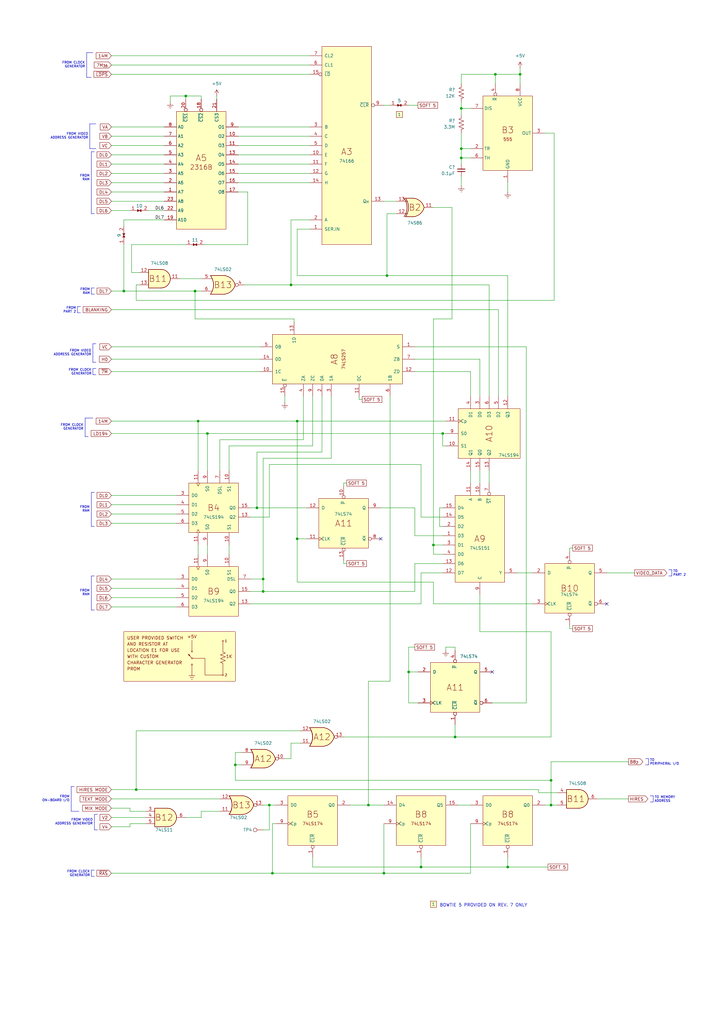
<source format=kicad_sch>
(kicad_sch (version 20211123) (generator eeschema)
  (paper "A3" portrait)
  (title_block (title "Apple II - Video Generator Part 1") (date "2022-07-11") (rev "7, RFI") (company "Apple Computers, Inc.") (comment 1 "Original schematic by Apple Computers") (comment 2 "https://github.com/omega9380/Retro-Schematics") (comment 3 "Replication by Omega9380 - July 2022") (comment 4 "Source: The Apple II Circuit Description by W. Gayler"))
  (junction (at 119.38 116.84))
  (junction (at 151.13 330.2))
  (junction (at 107.95 237.49))
  (junction (at 107.95 242.57))
  (junction (at 110.49 330.2))
  (junction (at 189.23 44.45))
  (junction (at 80.01 119.38))
  (junction (at 186.69 302.26))
  (junction (at 121.92 172.72))
  (junction (at 105.41 208.28))
  (junction (at 121.92 220.98))
  (junction (at 181.61 177.8))
  (junction (at 177.8 223.52))
  (junction (at 203.2 30.48))
  (junction (at 189.23 64.77))
  (junction (at 208.28 355.6))
  (junction (at 50.8 119.38))
  (junction (at 158.75 113.03))
  (junction (at 55.88 323.85))
  (junction (at 85.09 177.8))
  (junction (at 172.72 355.6))
  (junction (at 81.28 172.72))
  (junction (at 96.52 313.69))
  (junction (at 111.76 358.14))
  (junction (at 226.06 330.2))
  (junction (at 226.06 320.04))
  (junction (at 189.23 60.96))
  (junction (at 167.64 275.59))
  (junction (at 76.2 39.37))
  (junction (at 213.36 30.48))
  (junction (at 157.48 358.14))
  (no_connect (at 248.92 247.65))
  (no_connect (at 156.21 220.98))
  (no_connect (at 201.93 275.59))
  (wire (pts (xy 185.42 85.09) (xy 185.42 130.81)))
  (polyline (pts (xy 37.465 236.22) (xy 37.465 250.19)) (stroke (width 0) (type solid)))
  (wire (pts (xy 110.49 330.2) (xy 110.49 340.36)))
  (wire (pts (xy 85.09 227.33) (xy 85.09 223.52)))
  (wire (pts (xy 45.72 335.28) (xy 59.69 335.28)))
  (wire (pts (xy 189.23 41.91) (xy 189.23 44.45)))
  (wire (pts (xy 227.33 123.19) (xy 55.88 123.19)))
  (polyline (pts (xy 39.37 148.59) (xy 38.1 148.59)) (stroke (width 0) (type solid)))
  (wire (pts (xy 45.72 52.07) (xy 67.31 52.07)))
  (wire (pts (xy 220.98 325.12) (xy 228.6 325.12)))
  (wire (pts (xy 45.72 203.2) (xy 72.39 203.2)))
  (wire (pts (xy 167.64 265.43) (xy 167.64 275.59)))
  (wire (pts (xy 111.76 337.82) (xy 113.03 337.82)))
  (wire (pts (xy 208.28 113.03) (xy 158.75 113.03)))
  (wire (pts (xy 187.96 330.2) (xy 193.04 330.2)))
  (polyline (pts (xy 38.735 62.23) (xy 37.465 62.23)) (stroke (width 0) (type solid)))
  (wire (pts (xy 189.23 76.2) (xy 189.23 72.39)))
  (wire (pts (xy 132.08 185.42) (xy 105.41 185.42)))
  (wire (pts (xy 45.72 327.66) (xy 90.17 327.66)))
  (wire (pts (xy 99.06 308.61) (xy 96.52 308.61)))
  (wire (pts (xy 45.72 67.31) (xy 67.31 67.31)))
  (polyline (pts (xy 38.735 334.01) (xy 38.735 340.36)) (stroke (width 0) (type solid)))
  (wire (pts (xy 119.38 90.17) (xy 119.38 116.84)))
  (wire (pts (xy 177.8 227.33) (xy 181.61 227.33)))
  (wire (pts (xy 167.64 275.59) (xy 171.45 275.59)))
  (wire (pts (xy 82.55 332.74) (xy 82.55 335.28)))
  (wire (pts (xy 85.09 177.8) (xy 181.61 177.8)))
  (polyline (pts (xy 38.1 171.45) (xy 34.925 171.45)) (stroke (width 0) (type solid)))
  (wire (pts (xy 45.72 63.5) (xy 67.31 63.5)))
  (wire (pts (xy 53.975 100.33) (xy 53.975 111.76)))
  (polyline (pts (xy 37.465 356.87) (xy 37.465 359.41)) (stroke (width 0) (type solid)))
  (wire (pts (xy 45.72 30.48) (xy 127 30.48)))
  (wire (pts (xy 226.06 312.42) (xy 226.06 320.04)))
  (wire (pts (xy 81.28 172.72) (xy 121.92 172.72)))
  (wire (pts (xy 177.8 223.52) (xy 177.8 227.33)))
  (wire (pts (xy 121.92 113.03) (xy 121.92 93.98)))
  (wire (pts (xy 157.48 358.14) (xy 193.04 358.14)))
  (wire (pts (xy 45.72 74.93) (xy 67.31 74.93)))
  (wire (pts (xy 193.04 60.96) (xy 189.23 60.96)))
  (wire (pts (xy 172.72 212.09) (xy 172.72 190.5)))
  (wire (pts (xy 189.23 44.45) (xy 193.04 44.45)))
  (wire (pts (xy 45.72 177.8) (xy 85.09 177.8)))
  (wire (pts (xy 160.02 43.18) (xy 157.48 43.18)))
  (wire (pts (xy 135.89 187.96) (xy 107.95 187.96)))
  (wire (pts (xy 151.13 330.2) (xy 157.48 330.2)))
  (wire (pts (xy 233.68 256.54) (xy 233.68 257.81)))
  (wire (pts (xy 128.27 355.6) (xy 172.72 355.6)))
  (wire (pts (xy 45.72 358.14) (xy 111.76 358.14)))
  (polyline (pts (xy 38.735 120.65) (xy 37.465 120.65)) (stroke (width 0) (type solid)))
  (polyline (pts (xy 31.75 125.73) (xy 31.75 128.27)) (stroke (width 0) (type solid)))
  (wire (pts (xy 233.68 257.81) (xy 234.95 257.81)))
  (wire (pts (xy 135.89 162.56) (xy 135.89 187.96)))
  (polyline (pts (xy 38.735 118.11) (xy 37.465 118.11)) (stroke (width 0) (type solid)))
  (wire (pts (xy 45.72 82.55) (xy 67.31 82.55)))
  (wire (pts (xy 162.56 87.63) (xy 158.75 87.63)))
  (wire (pts (xy 111.76 358.14) (xy 157.48 358.14)))
  (wire (pts (xy 97.79 52.07) (xy 127 52.07)))
  (wire (pts (xy 105.41 185.42) (xy 105.41 208.28)))
  (wire (pts (xy 55.88 116.84) (xy 57.15 116.84)))
  (wire (pts (xy 208.28 78.74) (xy 208.28 74.93)))
  (wire (pts (xy 45.72 71.12) (xy 67.31 71.12)))
  (wire (pts (xy 140.97 302.26) (xy 186.69 302.26)))
  (wire (pts (xy 100.33 116.84) (xy 119.38 116.84)))
  (wire (pts (xy 82.55 335.28) (xy 76.2 335.28)))
  (wire (pts (xy 203.2 30.48) (xy 203.2 34.29)))
  (polyline (pts (xy 36.195 179.07) (xy 34.925 179.07)) (stroke (width 0) (type solid)))
  (wire (pts (xy 107.95 237.49) (xy 102.87 237.49)))
  (wire (pts (xy 76.2 39.37) (xy 69.85 39.37)))
  (wire (pts (xy 193.04 198.12) (xy 193.04 193.04)))
  (polyline (pts (xy 264.795 311.15) (xy 266.065 311.15)) (stroke (width 0) (type solid)))
  (wire (pts (xy 97.79 55.88) (xy 127 55.88)))
  (wire (pts (xy 85.09 193.04) (xy 85.09 177.8)))
  (polyline (pts (xy 38.735 215.9) (xy 37.465 215.9)) (stroke (width 0) (type solid)))
  (wire (pts (xy 213.36 27.94) (xy 213.36 30.48)))
  (wire (pts (xy 220.98 325.12) (xy 220.98 323.85)))
  (wire (pts (xy 127 90.17) (xy 119.38 90.17)))
  (wire (pts (xy 204.47 162.56) (xy 204.47 127)))
  (wire (pts (xy 45.72 214.63) (xy 72.39 214.63)))
  (wire (pts (xy 151.13 279.4) (xy 151.13 330.2)))
  (polyline (pts (xy 38.1 140.97) (xy 38.1 148.59)) (stroke (width 0) (type solid)))
  (wire (pts (xy 90.17 180.34) (xy 124.46 180.34)))
  (wire (pts (xy 193.04 337.82) (xy 193.04 358.14)))
  (wire (pts (xy 82.55 40.64) (xy 82.55 39.37)))
  (wire (pts (xy 172.72 190.5) (xy 110.49 190.5)))
  (wire (pts (xy 107.95 187.96) (xy 107.95 237.49)))
  (wire (pts (xy 102.87 208.28) (xy 105.41 208.28)))
  (polyline (pts (xy 33.02 125.73) (xy 31.75 125.73)) (stroke (width 0) (type solid)))
  (wire (pts (xy 215.9 288.29) (xy 201.93 288.29)))
  (wire (pts (xy 45.72 147.32) (xy 106.68 147.32)))
  (wire (pts (xy 45.72 207.01) (xy 72.39 207.01)))
  (wire (pts (xy 119.38 304.8) (xy 123.19 304.8)))
  (wire (pts (xy 226.06 330.2) (xy 228.6 330.2)))
  (polyline (pts (xy 38.735 201.93) (xy 37.465 201.93)) (stroke (width 0) (type solid)))
  (wire (pts (xy 189.23 64.77) (xy 189.23 67.31)))
  (wire (pts (xy 215.9 142.24) (xy 215.9 288.29)))
  (wire (pts (xy 172.72 234.95) (xy 181.61 234.95)))
  (polyline (pts (xy 37.465 201.93) (xy 37.465 215.9)) (stroke (width 0) (type solid)))
  (wire (pts (xy 177.8 223.52) (xy 181.61 223.52)))
  (wire (pts (xy 45.72 59.69) (xy 67.31 59.69)))
  (polyline (pts (xy 38.735 236.22) (xy 37.465 236.22)) (stroke (width 0) (type solid)))
  (wire (pts (xy 223.52 330.2) (xy 226.06 330.2)))
  (wire (pts (xy 119.38 311.15) (xy 119.38 304.8)))
  (wire (pts (xy 96.52 308.61) (xy 96.52 313.69)))
  (wire (pts (xy 97.79 59.69) (xy 127 59.69)))
  (wire (pts (xy 200.66 116.84) (xy 119.38 116.84)))
  (wire (pts (xy 186.69 302.26) (xy 226.06 302.26)))
  (polyline (pts (xy 266.065 311.15) (xy 266.065 313.69)) (stroke (width 0) (type solid)))
  (wire (pts (xy 53.34 331.47) (xy 45.72 331.47)))
  (wire (pts (xy 171.45 288.29) (xy 167.64 288.29)))
  (wire (pts (xy 97.79 78.74) (xy 101.6 78.74)))
  (wire (pts (xy 55.88 323.85) (xy 220.98 323.85)))
  (wire (pts (xy 128.27 351.79) (xy 128.27 355.6)))
  (wire (pts (xy 177.8 247.65) (xy 177.8 238.76)))
  (wire (pts (xy 59.69 332.74) (xy 53.34 332.74)))
  (wire (pts (xy 181.61 182.88) (xy 181.61 177.8)))
  (wire (pts (xy 113.03 330.2) (xy 110.49 330.2)))
  (polyline (pts (xy 37.465 31.75) (xy 35.56 31.75)) (stroke (width 0) (type solid)))
  (wire (pts (xy 226.06 259.08) (xy 196.85 259.08)))
  (wire (pts (xy 45.72 323.85) (xy 55.88 323.85)))
  (wire (pts (xy 97.79 71.12) (xy 127 71.12)))
  (polyline (pts (xy 37.465 118.11) (xy 37.465 120.65)) (stroke (width 0) (type solid)))
  (wire (pts (xy 162.56 82.55) (xy 157.48 82.55)))
  (wire (pts (xy 171.45 43.18) (xy 167.64 43.18)))
  (wire (pts (xy 55.88 123.19) (xy 55.88 116.84)))
  (wire (pts (xy 203.2 30.48) (xy 213.36 30.48)))
  (wire (pts (xy 172.72 355.6) (xy 208.28 355.6)))
  (wire (pts (xy 158.75 113.03) (xy 121.92 113.03)))
  (polyline (pts (xy 33.02 128.27) (xy 31.75 128.27)) (stroke (width 0) (type solid)))
  (polyline (pts (xy 38.1 151.13) (xy 38.1 153.67)) (stroke (width 0) (type solid)))
  (wire (pts (xy 45.72 55.88) (xy 67.31 55.88)))
  (wire (pts (xy 107.95 242.57) (xy 170.18 242.57)))
  (wire (pts (xy 121.92 93.98) (xy 127 93.98)))
  (wire (pts (xy 157.48 337.82) (xy 157.48 358.14)))
  (polyline (pts (xy 36.83 50.8) (xy 36.83 60.96)) (stroke (width 0) (type solid)))
  (wire (pts (xy 97.79 74.93) (xy 127 74.93)))
  (wire (pts (xy 45.72 119.38) (xy 50.8 119.38)))
  (wire (pts (xy 213.36 30.48) (xy 213.36 34.29)))
  (wire (pts (xy 82.55 114.3) (xy 73.66 114.3)))
  (wire (pts (xy 140.97 231.14) (xy 142.24 231.14)))
  (wire (pts (xy 97.79 67.31) (xy 127 67.31)))
  (wire (pts (xy 125.73 220.98) (xy 121.92 220.98)))
  (wire (pts (xy 76.2 100.33) (xy 53.975 100.33)))
  (wire (pts (xy 226.06 320.04) (xy 226.06 330.2)))
  (wire (pts (xy 208.28 351.79) (xy 208.28 355.6)))
  (wire (pts (xy 110.49 330.2) (xy 107.95 330.2)))
  (wire (pts (xy 45.72 127) (xy 204.47 127)))
  (polyline (pts (xy 39.37 50.8) (xy 36.83 50.8)) (stroke (width 0) (type solid)))
  (wire (pts (xy 189.23 64.77) (xy 189.23 60.96)))
  (polyline (pts (xy 29.21 322.58) (xy 29.21 332.74)) (stroke (width 0) (type solid)))
  (wire (pts (xy 50.8 100.33) (xy 50.8 119.38)))
  (wire (pts (xy 45.72 78.74) (xy 67.31 78.74)))
  (wire (pts (xy 121.92 220.98) (xy 121.92 172.72)))
  (wire (pts (xy 96.52 313.69) (xy 96.52 320.04)))
  (wire (pts (xy 90.17 193.04) (xy 90.17 180.34)))
  (wire (pts (xy 208.28 355.6) (xy 224.79 355.6)))
  (wire (pts (xy 140.97 229.87) (xy 140.97 231.14)))
  (wire (pts (xy 212.09 234.95) (xy 218.44 234.95)))
  (wire (pts (xy 172.72 247.65) (xy 172.72 234.95)))
  (polyline (pts (xy 266.7 328.93) (xy 267.97 328.93)) (stroke (width 0) (type solid)))
  (wire (pts (xy 189.23 44.45) (xy 189.23 46.99)))
  (wire (pts (xy 147.32 162.56) (xy 147.32 163.83)))
  (wire (pts (xy 200.66 198.12) (xy 200.66 193.04)))
  (wire (pts (xy 147.32 163.83) (xy 148.59 163.83)))
  (polyline (pts (xy 275.59 233.68) (xy 275.59 236.22)) (stroke (width 0) (type solid)))
  (wire (pts (xy 182.88 182.88) (xy 181.61 182.88)))
  (wire (pts (xy 53.34 337.82) (xy 53.34 339.09)))
  (wire (pts (xy 99.06 313.69) (xy 96.52 313.69)))
  (wire (pts (xy 193.04 152.4) (xy 193.04 162.56)))
  (wire (pts (xy 189.23 60.96) (xy 189.23 54.61)))
  (polyline (pts (xy 274.32 236.22) (xy 275.59 236.22)) (stroke (width 0) (type solid)))
  (wire (pts (xy 167.64 275.59) (xy 167.64 288.29)))
  (wire (pts (xy 45.72 22.86) (xy 127 22.86)))
  (polyline (pts (xy 37.465 62.23) (xy 37.465 87.63)) (stroke (width 0) (type solid)))
  (wire (pts (xy 55.88 299.72) (xy 55.88 323.85)))
  (wire (pts (xy 180.34 215.9) (xy 180.34 208.28)))
  (wire (pts (xy 110.49 190.5) (xy 110.49 212.09)))
  (wire (pts (xy 50.8 119.38) (xy 80.01 119.38)))
  (wire (pts (xy 45.72 26.67) (xy 127 26.67)))
  (wire (pts (xy 158.75 87.63) (xy 158.75 113.03)))
  (wire (pts (xy 97.79 63.5) (xy 127 63.5)))
  (wire (pts (xy 123.19 299.72) (xy 55.88 299.72)))
  (polyline (pts (xy 39.37 151.13) (xy 38.1 151.13)) (stroke (width 0) (type solid)))
  (wire (pts (xy 193.04 64.77) (xy 189.23 64.77)))
  (wire (pts (xy 45.72 245.11) (xy 72.39 245.11)))
  (wire (pts (xy 45.72 172.72) (xy 81.28 172.72)))
  (polyline (pts (xy 38.735 356.87) (xy 37.465 356.87)) (stroke (width 0) (type solid)))
  (wire (pts (xy 45.72 248.92) (xy 72.39 248.92)))
  (wire (pts (xy 208.28 162.56) (xy 208.28 113.03)))
  (wire (pts (xy 128.27 182.88) (xy 93.98 182.88)))
  (polyline (pts (xy 39.37 153.67) (xy 38.1 153.67)) (stroke (width 0) (type solid)))
  (wire (pts (xy 132.08 162.56) (xy 132.08 185.42)))
  (wire (pts (xy 128.27 162.56) (xy 128.27 182.88)))
  (wire (pts (xy 177.8 130.81) (xy 177.8 223.52)))
  (wire (pts (xy 107.95 242.57) (xy 107.95 237.49)))
  (wire (pts (xy 93.98 182.88) (xy 93.98 193.04)))
  (wire (pts (xy 196.85 259.08) (xy 196.85 243.84)))
  (wire (pts (xy 140.97 199.39) (xy 140.97 198.12)))
  (wire (pts (xy 121.92 220.98) (xy 121.92 238.76)))
  (wire (pts (xy 181.61 177.8) (xy 182.88 177.8)))
  (wire (pts (xy 260.35 234.95) (xy 248.92 234.95)))
  (polyline (pts (xy 264.795 313.69) (xy 266.065 313.69)) (stroke (width 0) (type solid)))
  (wire (pts (xy 170.18 142.24) (xy 215.9 142.24)))
  (wire (pts (xy 121.92 172.72) (xy 182.88 172.72)))
  (wire (pts (xy 170.18 147.32) (xy 196.85 147.32)))
  (wire (pts (xy 167.64 265.43) (xy 170.18 265.43)))
  (wire (pts (xy 101.6 78.74) (xy 101.6 100.33)))
  (wire (pts (xy 121.92 238.76) (xy 177.8 238.76)))
  (wire (pts (xy 200.66 162.56) (xy 200.66 116.84)))
  (wire (pts (xy 69.85 39.37) (xy 69.85 41.91)))
  (wire (pts (xy 160.02 162.56) (xy 160.02 279.4)))
  (wire (pts (xy 116.84 165.1) (xy 116.84 162.56)))
  (wire (pts (xy 180.34 208.28) (xy 181.61 208.28)))
  (wire (pts (xy 177.8 247.65) (xy 218.44 247.65)))
  (wire (pts (xy 143.51 330.2) (xy 151.13 330.2)))
  (wire (pts (xy 186.69 266.7) (xy 186.69 265.43)))
  (polyline (pts (xy 38.735 87.63) (xy 37.465 87.63)) (stroke (width 0) (type solid)))
  (wire (pts (xy 96.52 320.04) (xy 226.06 320.04)))
  (wire (pts (xy 170.18 152.4) (xy 193.04 152.4)))
  (polyline (pts (xy 39.37 60.96) (xy 36.83 60.96)) (stroke (width 0) (type solid)))
  (wire (pts (xy 45.72 210.82) (xy 72.39 210.82)))
  (wire (pts (xy 170.18 242.57) (xy 170.18 231.14)))
  (wire (pts (xy 110.49 340.36) (xy 107.95 340.36)))
  (polyline (pts (xy 38.1 21.59) (xy 35.56 21.59)) (stroke (width 0) (type solid)))
  (wire (pts (xy 45.72 86.36) (xy 53.34 86.36)))
  (polyline (pts (xy 40.005 334.01) (xy 38.735 334.01)) (stroke (width 0) (type solid)))
  (wire (pts (xy 60.96 86.36) (xy 67.31 86.36)))
  (polyline (pts (xy 40.005 340.36) (xy 38.735 340.36)) (stroke (width 0) (type solid)))
  (wire (pts (xy 181.61 212.09) (xy 172.72 212.09)))
  (wire (pts (xy 102.87 247.65) (xy 172.72 247.65)))
  (wire (pts (xy 111.76 358.14) (xy 111.76 337.82)))
  (wire (pts (xy 59.69 337.82) (xy 53.34 337.82)))
  (wire (pts (xy 170.18 208.28) (xy 170.18 219.71)))
  (wire (pts (xy 156.21 208.28) (xy 170.18 208.28)))
  (wire (pts (xy 172.72 351.79) (xy 172.72 355.6)))
  (polyline (pts (xy 39.37 140.97) (xy 38.1 140.97)) (stroke (width 0) (type solid)))
  (polyline (pts (xy 35.56 21.59) (xy 35.56 31.75)) (stroke (width 0) (type solid)))
  (wire (pts (xy 67.31 90.17) (xy 50.8 90.17)))
  (wire (pts (xy 182.88 265.43) (xy 182.88 266.7)))
  (wire (pts (xy 90.17 332.74) (xy 82.55 332.74)))
  (wire (pts (xy 102.87 242.57) (xy 107.95 242.57)))
  (wire (pts (xy 170.18 231.14) (xy 181.61 231.14)))
  (wire (pts (xy 257.81 327.66) (xy 245.11 327.66)))
  (wire (pts (xy 226.06 302.26) (xy 226.06 259.08)))
  (wire (pts (xy 50.8 90.17) (xy 50.8 92.71)))
  (polyline (pts (xy 34.925 171.45) (xy 34.925 179.07)) (stroke (width 0) (type solid)))
  (wire (pts (xy 105.41 208.28) (xy 125.73 208.28)))
  (wire (pts (xy 186.69 265.43) (xy 182.88 265.43)))
  (wire (pts (xy 93.98 227.33) (xy 93.98 223.52)))
  (polyline (pts (xy 30.48 322.58) (xy 29.21 322.58)) (stroke (width 0) (type solid)))
  (wire (pts (xy 257.81 312.42) (xy 226.06 312.42)))
  (wire (pts (xy 81.28 227.33) (xy 81.28 223.52)))
  (wire (pts (xy 227.33 54.61) (xy 227.33 123.19)))
  (wire (pts (xy 45.72 152.4) (xy 106.68 152.4)))
  (polyline (pts (xy 266.7 326.39) (xy 267.97 326.39)) (stroke (width 0) (type solid)))
  (wire (pts (xy 233.68 226.06) (xy 233.68 224.79)))
  (wire (pts (xy 189.23 30.48) (xy 203.2 30.48)))
  (wire (pts (xy 196.85 147.32) (xy 196.85 162.56)))
  (wire (pts (xy 81.28 193.04) (xy 81.28 172.72)))
  (wire (pts (xy 181.61 215.9) (xy 180.34 215.9)))
  (wire (pts (xy 151.13 279.4) (xy 160.02 279.4)))
  (wire (pts (xy 80.01 119.38) (xy 82.55 119.38)))
  (wire (pts (xy 186.69 302.26) (xy 186.69 297.18)))
  (wire (pts (xy 196.85 198.12) (xy 196.85 193.04)))
  (polyline (pts (xy 38.735 359.41) (xy 37.465 359.41)) (stroke (width 0) (type solid)))
  (wire (pts (xy 223.52 54.61) (xy 227.33 54.61)))
  (wire (pts (xy 140.97 198.12) (xy 142.24 198.12)))
  (wire (pts (xy 53.34 332.74) (xy 53.34 331.47)))
  (polyline (pts (xy 274.32 233.68) (xy 275.59 233.68)) (stroke (width 0) (type solid)))
  (wire (pts (xy 53.34 339.09) (xy 45.72 339.09)))
  (wire (pts (xy 177.8 85.09) (xy 185.42 85.09)))
  (polyline (pts (xy 38.735 250.19) (xy 37.465 250.19)) (stroke (width 0) (type solid)))
  (wire (pts (xy 45.72 241.3) (xy 72.39 241.3)))
  (wire (pts (xy 76.2 39.37) (xy 76.2 40.64)))
  (wire (pts (xy 45.72 237.49) (xy 72.39 237.49)))
  (wire (pts (xy 102.87 212.09) (xy 110.49 212.09)))
  (wire (pts (xy 185.42 130.81) (xy 177.8 130.81)))
  (wire (pts (xy 189.23 34.29) (xy 189.23 30.48)))
  (wire (pts (xy 88.9 39.37) (xy 88.9 40.64)))
  (wire (pts (xy 120.65 132.08) (xy 120.65 130.81)))
  (polyline (pts (xy 32.385 332.74) (xy 29.21 332.74)) (stroke (width 0) (type solid)))
  (wire (pts (xy 124.46 180.34) (xy 124.46 162.56)))
  (wire (pts (xy 82.55 39.37) (xy 76.2 39.37)))
  (wire (pts (xy 120.65 130.81) (xy 80.01 130.81)))
  (wire (pts (xy 170.18 219.71) (xy 181.61 219.71)))
  (wire (pts (xy 233.68 224.79) (xy 234.95 224.79)))
  (wire (pts (xy 80.01 130.81) (xy 80.01 119.38)))
  (wire (pts (xy 45.72 142.24) (xy 106.68 142.24)))
  (wire (pts (xy 101.6 100.33) (xy 83.82 100.33)))
  (wire (pts (xy 53.975 111.76) (xy 57.15 111.76)))
  (polyline (pts (xy 267.97 326.39) (xy 267.97 328.93)) (stroke (width 0) (type solid)))
  (wire (pts (xy 116.84 311.15) (xy 119.38 311.15)))
  (text "FROM\nON-BOARD I/O" (at 28.575 328.93 180) (effects (font (size 0.96 0.96)) (justify right bottom)))
  (text "FROM VIDEO\nADDRESS GENERATOR" (at 36.195 57.15 180) (effects (font (size 0.96 0.96)) (justify right bottom)))
  (text "FROM\nRAM" (at 36.83 210.185 180) (effects (font (size 0.96 0.96)) (justify right bottom)))
  (text "TO\nPERIPHERAL I/O" (at 266.573 313.944 0) (effects (font (size 0.96 0.96)) (justify left bottom)))
  (text "FROM\nRAM" (at 36.957 120.904 180) (effects (font (size 0.96 0.96)) (justify right bottom)))
  (text "BOWTIE 5 PROVIDED ON REV. 7 ONLY" (at 180.34 372.11 0) (effects (font (size 1.27 1.27)) (justify left bottom)))
  (text "TO\nPART 2" (at 276.098 236.474 0) (effects (font (size 0.96 0.96)) (justify left bottom)))
  (text "FROM VIDEO\nADDRESS GENERATOR" (at 37.465 146.05 180) (effects (font (size 0.96 0.96)) (justify right bottom)))
  (text "TO MEMORY\nADDRESS" (at 268.478 329.184 0) (effects (font (size 0.96 0.96)) (justify left bottom)))
  (text "FROM\nRAM" (at 36.83 74.295 180) (effects (font (size 0.96 0.96)) (justify right bottom)))
  (text "FROM CLOCK\nGENERATOR" (at 37.592 153.924 180) (effects (font (size 0.96 0.96)) (justify right bottom)))
  (text "FROM VIDEO\nADDRESS GENERATOR" (at 38.1 338.455 180) (effects (font (size 0.96 0.96)) (justify right bottom)))
  (text "FROM CLOCK\nGENERATOR" (at 34.925 27.94 180) (effects (font (size 0.96 0.96)) (justify right bottom)))
  (text "FROM\nRAM" (at 36.83 244.475 180) (effects (font (size 0.96 0.96)) (justify right bottom)))
  (text "FROM\nPART 2" (at 31.242 128.524 180) (effects (font (size 0.96 0.96)) (justify right bottom)))
  (text "FROM CLOCK\nGENERATOR" (at 34.29 176.53 180) (effects (font (size 0.96 0.96)) (justify right bottom)))
  (text "FROM CLOCK\nGENERATOR" (at 36.957 359.664 180) (effects (font (size 0.96 0.96)) (justify right bottom)))
  (label "DL6" (at 67.31 86.36 180))
  (label "DL7" (at 67.31 90.17 180))
  (global_label "LD194" (shape input) (at 45.72 177.8 180) (property "Intersheet References" "${INTERSHEET_REFS}" (effects hide)))
  (global_label "~{LDPS}" (shape input) (at 45.72 30.48 180) (property "Intersheet References" "${INTERSHEET_REFS}" (effects hide)))
  (global_label "SOFT 5" (shape passive) (at 142.24 231.14 0) (property "Intersheet References" "${INTERSHEET_REFS}" (effects hide)))
  (global_label "VC" (shape input) (at 45.72 59.69 180) (property "Intersheet References" "${INTERSHEET_REFS}" (effects hide)))
  (global_label "VC" (shape input) (at 45.72 142.24 180) (property "Intersheet References" "${INTERSHEET_REFS}" (effects hide)))
  (global_label "SOFT 5" (shape passive) (at 148.59 163.83 0) (property "Intersheet References" "${INTERSHEET_REFS}" (effects hide)))
  (global_label "DL7" (shape input) (at 45.72 248.92 180) (property "Intersheet References" "${INTERSHEET_REFS}" (effects hide)))
  (global_label "H0" (shape input) (at 45.72 147.32 180) (property "Intersheet References" "${INTERSHEET_REFS}" (effects hide)))
  (global_label "~{7M}" (shape input) (at 45.72 152.4 180) (property "Intersheet References" "${INTERSHEET_REFS}" (effects hide)))
  (global_label "14M" (shape input) (at 45.72 22.86 180) (property "Intersheet References" "${INTERSHEET_REFS}" (effects hide)))
  (global_label "7M_{36}" (shape input) (at 45.72 26.67 180) (property "Intersheet References" "${INTERSHEET_REFS}" (effects hide)))
  (global_label "DL3" (shape input) (at 45.72 214.63 180) (property "Intersheet References" "${INTERSHEET_REFS}" (effects hide)))
  (global_label "DL6" (shape input) (at 45.72 245.11 180) (property "Intersheet References" "${INTERSHEET_REFS}" (effects hide)))
  (global_label "DL1" (shape input) (at 45.72 207.01 180) (property "Intersheet References" "${INTERSHEET_REFS}" (effects hide)))
  (global_label "DL5" (shape input) (at 45.72 82.55 180) (property "Intersheet References" "${INTERSHEET_REFS}" (effects hide)))
  (global_label "DL6" (shape input) (at 45.72 86.36 180) (property "Intersheet References" "${INTERSHEET_REFS}" (effects hide)))
  (global_label "DL7" (shape input) (at 45.72 119.38 180) (property "Intersheet References" "${INTERSHEET_REFS}" (effects hide)))
  (global_label "~{RAS}" (shape input) (at 45.72 358.14 180) (property "Intersheet References" "${INTERSHEET_REFS}" (effects hide)))
  (global_label "DL2" (shape input) (at 45.72 210.82 180) (property "Intersheet References" "${INTERSHEET_REFS}" (effects hide)))
  (global_label "DL0" (shape input) (at 45.72 203.2 180) (property "Intersheet References" "${INTERSHEET_REFS}" (effects hide)))
  (global_label "DL0" (shape input) (at 45.72 63.5 180) (property "Intersheet References" "${INTERSHEET_REFS}" (effects hide)))
  (global_label "14M" (shape input) (at 45.72 172.72 180) (property "Intersheet References" "${INTERSHEET_REFS}" (effects hide)))
  (global_label "DL3" (shape input) (at 45.72 74.93 180) (property "Intersheet References" "${INTERSHEET_REFS}" (effects hide)))
  (global_label "TEXT MODE" (shape input) (at 45.72 327.66 180) (property "Intersheet References" "${INTERSHEET_REFS}" (effects hide)))
  (global_label "SOFT 5" (shape passive) (at 170.18 265.43 0) (property "Intersheet References" "${INTERSHEET_REFS}" (effects hide)))
  (global_label "SOFT 5" (shape passive) (at 142.24 198.12 0) (property "Intersheet References" "${INTERSHEET_REFS}" (effects hide)))
  (global_label "MIX MODE" (shape input) (at 45.72 331.47 180) (property "Intersheet References" "${INTERSHEET_REFS}" (effects hide)))
  (global_label "B8_{2}" (shape output) (at 257.81 312.42 0) (property "Intersheet References" "${INTERSHEET_REFS}" (effects hide)))
  (global_label "SOFT 5" (shape passive) (at 234.95 257.81 0) (property "Intersheet References" "${INTERSHEET_REFS}" (effects hide)))
  (global_label "VIDEO_DATA" (shape output) (at 260.35 234.95 0) (property "Intersheet References" "${INTERSHEET_REFS}" (effects hide)))
  (global_label "VA" (shape input) (at 45.72 52.07 180) (property "Intersheet References" "${INTERSHEET_REFS}" (effects hide)))
  (global_label "BLANKING" (shape input) (at 45.72 127 180) (property "Intersheet References" "${INTERSHEET_REFS}" (effects hide)))
  (global_label "V4" (shape input) (at 45.72 339.09 180) (property "Intersheet References" "${INTERSHEET_REFS}" (effects hide)))
  (global_label "HIRES MODE" (shape input) (at 45.72 323.85 180) (property "Intersheet References" "${INTERSHEET_REFS}" (effects hide)))
  (global_label "SOFT 5" (shape passive) (at 234.95 224.79 0) (property "Intersheet References" "${INTERSHEET_REFS}" (effects hide)))
  (global_label "DL5" (shape input) (at 45.72 241.3 180) (property "Intersheet References" "${INTERSHEET_REFS}" (effects hide)))
  (global_label "DL4" (shape input) (at 45.72 78.74 180) (property "Intersheet References" "${INTERSHEET_REFS}" (effects hide)))
  (global_label "SOFT 5" (shape passive) (at 224.79 355.6 0) (property "Intersheet References" "${INTERSHEET_REFS}" (effects hide)))
  (global_label "V2" (shape input) (at 45.72 335.28 180) (property "Intersheet References" "${INTERSHEET_REFS}" (effects hide)))
  (global_label "VB" (shape input) (at 45.72 55.88 180) (property "Intersheet References" "${INTERSHEET_REFS}" (effects hide)))
  (global_label "DL1" (shape input) (at 45.72 67.31 180) (property "Intersheet References" "${INTERSHEET_REFS}" (effects hide)))
  (global_label "HIRES" (shape output) (at 257.81 327.66 0) (property "Intersheet References" "${INTERSHEET_REFS}" (effects hide)))
  (global_label "DL4" (shape input) (at 45.72 237.49 180) (property "Intersheet References" "${INTERSHEET_REFS}" (effects hide)))
  (global_label "DL2" (shape input) (at 45.72 71.12 180) (property "Intersheet References" "${INTERSHEET_REFS}" (effects hide)))
  (global_label "SOFT 5" (shape passive) (at 171.45 43.18 0) (property "Intersheet References" "${INTERSHEET_REFS}" (effects hide)))
  (symbol (lib_id "Connector:TestPoint") (at 107.95 340.36 90) (unit 1)
    (property "Reference" "TP4" (at 101.6 340.36 90))
    (property "Value" "TestPoint" (effects hide))
  )
  (symbol (lib_id "power:Earth") (at 189.23 76.2 0) (unit 1)
    (property "Reference" "#PWR?" (effects hide))
    (property "Value" "Earth" (effects hide))
  )
  (symbol (lib_id "Apple II:B13_74LS02") (at 90.17 116.84 0) (unit 2)
    (property "Reference" "B?" (effects hide))
    (property "Value" "74LS02" (at 91.4086 110.49 0))
    (property "Datasheet" "http://www.ti.com/lit/gpn/sn74ls02" (effects hide))
  )
  (symbol (lib_id "Device:R_US") (at 189.23 38.1 0) (mirror x) (unit 1)
    (property "Reference" "R?" (at 186.69 36.8299 0) (effects (justify right)))
    (property "Value" "12K" (at 186.69 39.3699 0) (effects (justify right)))
  )
  (symbol (lib_id "Apple II:A5_2316B") (at 72.39 44.45 0) (unit 1)
    (property "Reference" "U?" (effects hide))
    (property "Value" "A5_2316B" (effects hide))
  )
  (symbol (lib_id "Apple II:B8_74LS174") (at 162.56 326.39 0) (unit 2)
    (property "Reference" "U?" (effects hide))
    (property "Value" "B8_74LS174" (effects hide))
    (property "Datasheet" "http://www.ti.com/lit/gpn/sn74LS174" (effects hide))
  )
  (symbol (lib_id "Device:C_Small") (at 189.23 69.85 0) (mirror x) (unit 1)
    (property "Reference" "C?" (at 186.69 68.5735 0) (effects (justify right)))
    (property "Value" "0.1µF" (at 186.69 71.1135 0) (effects (justify right)))
  )
  (symbol (lib_id "power:Earth") (at 116.84 165.1 0) (unit 1)
    (property "Reference" "#PWR?" (effects hide))
    (property "Value" "Earth" (effects hide))
  )
  (symbol (lib_id "Apple II:A3_74166") (at 132.08 19.05 0) (unit 2)
    (property "Reference" "A?" (effects hide))
    (property "Value" "74166" (at 142.24 66.04 0))
    (property "Datasheet" "http://www.ti.com/lit/gpn/sn74LS166" (effects hide))
  )
  (symbol (lib_id "power:+5V") (at 88.9 39.37 0) (unit 1)
    (property "Reference" "#PWR?" (effects hide))
    (property "Value" "+5V" (at 88.9 34.29 0))
  )
  (symbol (lib_id "Apple II:NOTE_SHEET16_CHARPROM") (at 50.8 259.08 0) (unit 1)
    (property "Reference" "N?" (effects hide))
    (property "Value" "NOTE_SHEET16_CHARPROM" (effects hide))
  )
  (symbol (lib_id "power:Earth") (at 182.88 266.7 0) (unit 1)
    (property "Reference" "#PWR?" (effects hide))
    (property "Value" "Earth" (effects hide))
  )
  (symbol (lib_id "Apple II:NOTE_NUMBER") (at 163.83 46.99 0) (unit 1)
    (property "Reference" "N1" (effects hide))
    (property "Value" "1" (at 163.83 46.99 0))
  )
  (symbol (lib_id "Apple II:Bowtie_SolderJumper") (at 163.83 43.18 0) (unit 1)
    (property "Reference" "JP5" (effects hide))
    (property "Value" "5" (at 163.83 41.275 0))
  )
  (symbol (lib_id "Apple II:A9_74LS151") (at 186.69 203.2 0) (unit 1)
    (property "Reference" "A?" (effects hide))
    (property "Value" "74LS151" (at 196.85 224.79 0))
    (property "Datasheet" "http://www.ti.com/lit/gpn/sn74LS151" (effects hide))
  )
  (symbol (lib_id "Device:R_US") (at 189.23 50.8 0) (mirror x) (unit 1)
    (property "Reference" "R?" (at 186.69 49.5299 0) (effects (justify right)))
    (property "Value" "3.3M" (at 186.69 52.0699 0) (effects (justify right)))
  )
  (symbol (lib_id "Apple II:B13_74LS02") (at 97.79 330.2 0) (mirror x) (unit 4)
    (property "Reference" "B?" (effects hide))
    (property "Value" "74LS02" (at 97.79 335.28 0))
    (property "Datasheet" "http://www.ti.com/lit/gpn/sn74ls02" (effects hide))
  )
  (symbol (lib_id "power:+5V") (at 213.36 27.94 0) (unit 1)
    (property "Reference" "#PWR?" (effects hide))
    (property "Value" "+5V" (at 213.36 22.86 0))
  )
  (symbol (lib_id "Apple II:B3_555") (at 198.12 39.37 0) (unit 1)
    (property "Reference" "U?" (effects hide))
    (property "Value" "B3_555" (effects hide))
    (property "Footprint" "Package_SO:SOIC-8_3.9x4.9mm_P1.27mm" (effects hide))
    (property "Datasheet" "http://www.ti.com/lit/ds/symlink/ne555.pdf" (effects hide))
  )
  (symbol (lib_id "Apple II:A12_74LS02") (at 106.68 311.15 0) (unit 3)
    (property "Reference" "A?" (effects hide))
    (property "Value" "74LS02" (at 107.9186 304.8 0))
    (property "Datasheet" "http://www.ti.com/lit/gpn/sn74ls02" (effects hide))
  )
  (symbol (lib_id "Apple II:B10_74LS74") (at 223.52 231.14 0) (unit 1)
    (property "Reference" "B?" (effects hide))
    (property "Value" "74LS74" (at 229.87 243.84 0) (effects (justify left)))
    (property "Datasheet" "74xx/74hc_hct74.pdf" (effects hide))
  )
  (symbol (lib_id "power:Earth") (at 69.85 41.91 0) (unit 1)
    (property "Reference" "#PWR?" (effects hide))
    (property "Value" "Earth" (effects hide))
  )
  (symbol (lib_id "Apple II:B9_74LS194") (at 77.47 232.41 0) (unit 1)
    (property "Reference" "B?" (effects hide))
    (property "Value" "74LS194" (at 87.63 246.38 0))
    (property "Datasheet" "http://www.ti.com/lit/gpn/sn74LS194" (effects hide))
  )
  (symbol (lib_id "Apple II:B12_74LS11") (at 67.31 335.28 0) (unit 2)
    (property "Reference" "B?" (effects hide))
    (property "Value" "74LS11" (at 67.31 340.36 0))
    (property "Datasheet" "http://www.ti.com/lit/gpn/sn74LS11" (effects hide))
  )
  (symbol (lib_id "Apple II:B2_74S86") (at 170.18 85.09 0) (mirror x) (unit 4)
    (property "Reference" "B?" (effects hide))
    (property "Value" "74S86" (at 170.18 91.44 0))
    (property "Datasheet" "74xx/74ls86.pdf" (effects hide))
  )
  (symbol (lib_id "Apple II:NOTE_NUMBER") (at 177.8 370.84 0) (unit 1)
    (property "Reference" "N?" (effects hide))
    (property "Value" "1" (at 177.8 370.84 0))
  )
  (symbol (lib_id "Apple II:B5_74LS174") (at 118.11 326.39 0) (unit 2)
    (property "Reference" "U?" (effects hide))
    (property "Value" "B5_74LS174" (effects hide))
    (property "Datasheet" "http://www.ti.com/lit/gpn/sn74LS174" (effects hide))
  )
  (symbol (lib_id "Apple II:B8_74LS174") (at 198.12 326.39 0) (unit 3)
    (property "Reference" "U?" (effects hide))
    (property "Value" "B8_74LS174" (effects hide))
    (property "Datasheet" "http://www.ti.com/lit/gpn/sn74LS174" (effects hide))
  )
  (symbol (lib_id "Apple II:B11_74LS08") (at 236.22 327.66 0) (unit 2)
    (property "Reference" "B11" (effects hide))
    (property "Value" "74LS08" (at 236.855 321.31 0))
    (property "Datasheet" "http://www.ti.com/lit/gpn/sn74LS08" (effects hide))
  )
  (symbol (lib_id "Apple II:A8_74LS257") (at 111.76 157.48 90) (unit 1)
    (property "Reference" "U?" (effects hide))
    (property "Value" "A8_74LS257" (effects hide))
    (property "Datasheet" "http://www.ti.com/lit/gpn/sn74LS257" (effects hide))
  )
  (symbol (lib_id "Apple II:A12_74LS02") (at 130.81 302.26 0) (mirror x) (unit 4)
    (property "Reference" "A?" (effects hide))
    (property "Value" "74LS02" (at 132.0486 295.91 0))
    (property "Datasheet" "http://www.ti.com/lit/gpn/sn74ls02" (effects hide))
  )
  (symbol (lib_id "Apple II:Bowtie_SolderJumper") (at 50.8 96.52 90) (unit 1)
    (property "Reference" "JP9" (effects hide))
    (property "Value" "9" (at 48.895 96.52 0))
  )
  (symbol (lib_id "Apple II:B11_74LS08") (at 64.77 114.3 0) (unit 4)
    (property "Reference" "B?" (effects hide))
    (property "Value" "74LS08" (at 65.405 107.95 0))
    (property "Datasheet" "http://www.ti.com/lit/gpn/sn74LS08" (effects hide))
  )
  (symbol (lib_id "power:Earth") (at 208.28 78.74 0) (unit 1)
    (property "Reference" "#PWR?" (effects hide))
    (property "Value" "Earth" (effects hide))
  )
  (symbol (lib_id "Apple II:A11_74LS74") (at 130.81 204.47 0) (unit 2)
    (property "Reference" "a?" (effects hide))
    (property "Value" "74LS74" (at 137.16 210.82 0) (effects (justify left)))
    (property "Datasheet" "74xx/74hc_hct74.pdf" (effects hide))
  )
  (symbol (lib_id "Apple II:A11_74LS74") (at 176.53 271.78 0) (unit 1)
    (property "Reference" "A?" (effects hide))
    (property "Value" "74LS74" (at 188.7094 269.24 0) (effects (justify left)))
    (property "Datasheet" "74xx/74hc_hct74.pdf" (effects hide))
  )
  (symbol (lib_id "Apple II:A10_74LS194") (at 187.96 187.96 90) (unit 1)
    (property "Reference" "A?" (effects hide))
    (property "Value" "74LS194" (at 204.47 186.69 90) (effects (justify right)))
    (property "Datasheet" "http://www.ti.com/lit/gpn/sn74LS194" (effects hide))
  )
  (symbol (lib_id "Apple II:Bowtie_SolderJumper") (at 57.15 86.36 0) (unit 1)
    (property "Reference" "JP10" (effects hide))
    (property "Value" "10" (at 57.15 84.455 0))
  )
  (symbol (lib_id "Apple II:B4_74LS194") (at 77.47 198.12 0) (unit 1)
    (property "Reference" "B?" (effects hide))
    (property "Value" "74LS194" (at 87.63 212.09 0))
    (property "Datasheet" "http://www.ti.com/lit/gpn/sn74LS194" (effects hide))
  )
  (symbol (lib_id "Apple II:Bowtie_SolderJumper") (at 80.01 100.33 0) (unit 1)
    (property "Reference" "JP11" (effects hide))
    (property "Value" "11" (at 80.01 98.425 0))
  )
)
</source>
